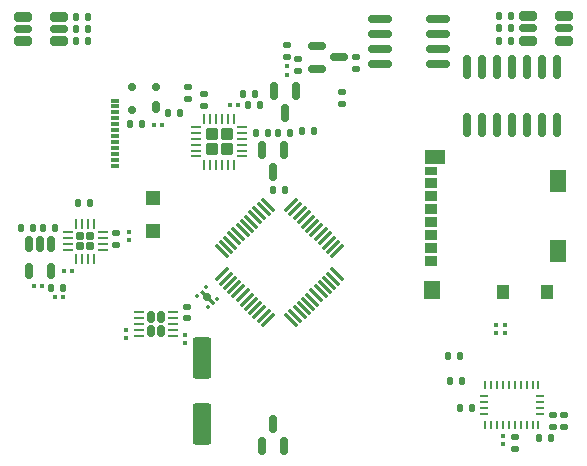
<source format=gtp>
G04 #@! TF.GenerationSoftware,KiCad,Pcbnew,8.0.5*
G04 #@! TF.CreationDate,2024-11-06T19:49:11-08:00*
G04 #@! TF.ProjectId,Vanguard_new,56616e67-7561-4726-945f-6e65772e6b69,rev?*
G04 #@! TF.SameCoordinates,Original*
G04 #@! TF.FileFunction,Paste,Top*
G04 #@! TF.FilePolarity,Positive*
%FSLAX46Y46*%
G04 Gerber Fmt 4.6, Leading zero omitted, Abs format (unit mm)*
G04 Created by KiCad (PCBNEW 8.0.5) date 2024-11-06 19:49:11*
%MOMM*%
%LPD*%
G01*
G04 APERTURE LIST*
G04 Aperture macros list*
%AMRoundRect*
0 Rectangle with rounded corners*
0 $1 Rounding radius*
0 $2 $3 $4 $5 $6 $7 $8 $9 X,Y pos of 4 corners*
0 Add a 4 corners polygon primitive as box body*
4,1,4,$2,$3,$4,$5,$6,$7,$8,$9,$2,$3,0*
0 Add four circle primitives for the rounded corners*
1,1,$1+$1,$2,$3*
1,1,$1+$1,$4,$5*
1,1,$1+$1,$6,$7*
1,1,$1+$1,$8,$9*
0 Add four rect primitives between the rounded corners*
20,1,$1+$1,$2,$3,$4,$5,0*
20,1,$1+$1,$4,$5,$6,$7,0*
20,1,$1+$1,$6,$7,$8,$9,0*
20,1,$1+$1,$8,$9,$2,$3,0*%
%AMFreePoly0*
4,1,13,0.320000,0.125000,0.700000,0.125000,0.700000,-0.125000,0.320000,-0.125000,0.200000,-0.350000,-0.200000,-0.350000,-0.320000,-0.125000,-0.850000,-0.125000,-0.850000,0.125000,-0.320000,0.125000,-0.200000,0.350000,0.200000,0.350000,0.320000,0.125000,0.320000,0.125000,$1*%
G04 Aperture macros list end*
%ADD10RoundRect,0.079500X0.100500X-0.079500X0.100500X0.079500X-0.100500X0.079500X-0.100500X-0.079500X0*%
%ADD11R,0.700000X0.300000*%
%ADD12RoundRect,0.135000X-0.185000X0.135000X-0.185000X-0.135000X0.185000X-0.135000X0.185000X0.135000X0*%
%ADD13RoundRect,0.150000X-0.825000X-0.150000X0.825000X-0.150000X0.825000X0.150000X-0.825000X0.150000X0*%
%ADD14RoundRect,0.135000X0.135000X0.185000X-0.135000X0.185000X-0.135000X-0.185000X0.135000X-0.185000X0*%
%ADD15RoundRect,0.079500X-0.079500X-0.100500X0.079500X-0.100500X0.079500X0.100500X-0.079500X0.100500X0*%
%ADD16RoundRect,0.135000X0.185000X-0.135000X0.185000X0.135000X-0.185000X0.135000X-0.185000X-0.135000X0*%
%ADD17RoundRect,0.135000X-0.135000X-0.185000X0.135000X-0.185000X0.135000X0.185000X-0.135000X0.185000X0*%
%ADD18RoundRect,0.075000X-0.415425X-0.521491X0.521491X0.415425X0.415425X0.521491X-0.521491X-0.415425X0*%
%ADD19RoundRect,0.075000X0.415425X-0.521491X0.521491X-0.415425X-0.415425X0.521491X-0.521491X0.415425X0*%
%ADD20RoundRect,0.175000X0.175000X0.325000X-0.175000X0.325000X-0.175000X-0.325000X0.175000X-0.325000X0*%
%ADD21RoundRect,0.150000X0.200000X0.150000X-0.200000X0.150000X-0.200000X-0.150000X0.200000X-0.150000X0*%
%ADD22RoundRect,0.160000X-0.565000X-0.240000X0.565000X-0.240000X0.565000X0.240000X-0.565000X0.240000X0*%
%ADD23RoundRect,0.120000X-0.605000X-0.180000X0.605000X-0.180000X0.605000X0.180000X-0.605000X0.180000X0*%
%ADD24RoundRect,0.062500X0.123744X-0.035355X-0.035355X0.123744X-0.123744X0.035355X0.035355X-0.123744X0*%
%ADD25FreePoly0,135.000000*%
%ADD26R,0.254000X0.675000*%
%ADD27R,0.675000X0.254000*%
%ADD28RoundRect,0.150000X-0.150000X0.587500X-0.150000X-0.587500X0.150000X-0.587500X0.150000X0.587500X0*%
%ADD29R,1.100000X0.850000*%
%ADD30R,1.100000X0.750000*%
%ADD31R,1.000000X1.200000*%
%ADD32R,1.350000X1.550000*%
%ADD33R,1.350000X1.900000*%
%ADD34R,1.800000X1.170000*%
%ADD35RoundRect,0.079500X-0.100500X0.079500X-0.100500X-0.079500X0.100500X-0.079500X0.100500X0.079500X0*%
%ADD36RoundRect,0.172500X-0.172500X0.172500X-0.172500X-0.172500X0.172500X-0.172500X0.172500X0.172500X0*%
%ADD37RoundRect,0.062500X-0.062500X0.350000X-0.062500X-0.350000X0.062500X-0.350000X0.062500X0.350000X0*%
%ADD38RoundRect,0.062500X-0.350000X0.062500X-0.350000X-0.062500X0.350000X-0.062500X0.350000X0.062500X0*%
%ADD39RoundRect,0.150000X-0.150000X0.512500X-0.150000X-0.512500X0.150000X-0.512500X0.150000X0.512500X0*%
%ADD40RoundRect,0.150000X-0.150000X0.825000X-0.150000X-0.825000X0.150000X-0.825000X0.150000X0.825000X0*%
%ADD41RoundRect,0.147500X-0.172500X0.147500X-0.172500X-0.147500X0.172500X-0.147500X0.172500X0.147500X0*%
%ADD42RoundRect,0.150000X-0.587500X-0.150000X0.587500X-0.150000X0.587500X0.150000X-0.587500X0.150000X0*%
%ADD43R,1.200000X1.200000*%
%ADD44RoundRect,0.150000X0.150000X-0.587500X0.150000X0.587500X-0.150000X0.587500X-0.150000X-0.587500X0*%
%ADD45RoundRect,0.160000X0.565000X0.240000X-0.565000X0.240000X-0.565000X-0.240000X0.565000X-0.240000X0*%
%ADD46RoundRect,0.120000X0.605000X0.180000X-0.605000X0.180000X-0.605000X-0.180000X0.605000X-0.180000X0*%
%ADD47RoundRect,0.167500X0.167500X0.312500X-0.167500X0.312500X-0.167500X-0.312500X0.167500X-0.312500X0*%
%ADD48RoundRect,0.062500X0.362500X0.062500X-0.362500X0.062500X-0.362500X-0.062500X0.362500X-0.062500X0*%
%ADD49RoundRect,0.250000X0.275000X-0.275000X0.275000X0.275000X-0.275000X0.275000X-0.275000X-0.275000X0*%
%ADD50RoundRect,0.062500X0.062500X-0.350000X0.062500X0.350000X-0.062500X0.350000X-0.062500X-0.350000X0*%
%ADD51RoundRect,0.062500X0.350000X-0.062500X0.350000X0.062500X-0.350000X0.062500X-0.350000X-0.062500X0*%
%ADD52RoundRect,0.079500X0.079500X0.100500X-0.079500X0.100500X-0.079500X-0.100500X0.079500X-0.100500X0*%
%ADD53RoundRect,0.250000X-0.550000X1.500000X-0.550000X-1.500000X0.550000X-1.500000X0.550000X1.500000X0*%
G04 APERTURE END LIST*
D10*
X166790000Y-99962500D03*
X166790000Y-99272500D03*
D11*
X152250000Y-102167500D03*
X152250000Y-102667500D03*
X152250000Y-103167500D03*
X152250000Y-103667500D03*
X152250000Y-104167500D03*
X152250000Y-104667500D03*
X152250000Y-105167500D03*
X152250000Y-105667500D03*
X152250000Y-106167500D03*
X152250000Y-106667500D03*
X152250000Y-107167500D03*
X152250000Y-107667500D03*
D12*
X159820000Y-101597500D03*
X159820000Y-102617500D03*
D13*
X174670000Y-95280000D03*
X174670000Y-96550000D03*
X174670000Y-97820000D03*
X174670000Y-99090000D03*
X179620000Y-99090000D03*
X179620000Y-97820000D03*
X179620000Y-96550000D03*
X179620000Y-95280000D03*
D14*
X149940000Y-95060000D03*
X148920000Y-95060000D03*
D15*
X147180000Y-118832500D03*
X147870000Y-118832500D03*
D16*
X172660000Y-99527500D03*
X172660000Y-98507500D03*
D17*
X188122500Y-130700000D03*
X189142500Y-130700000D03*
D14*
X145285000Y-112952500D03*
X144265000Y-112952500D03*
X165160000Y-104917500D03*
X164140000Y-104917500D03*
D18*
X161282124Y-116888788D03*
X161635678Y-117242342D03*
X161989231Y-117595895D03*
X162342785Y-117949449D03*
X162696338Y-118303002D03*
X163049891Y-118656555D03*
X163403445Y-119010109D03*
X163756998Y-119363662D03*
X164110551Y-119717215D03*
X164464105Y-120070769D03*
X164817658Y-120424322D03*
X165171212Y-120777876D03*
D19*
X167168788Y-120777876D03*
X167522342Y-120424322D03*
X167875895Y-120070769D03*
X168229449Y-119717215D03*
X168583002Y-119363662D03*
X168936555Y-119010109D03*
X169290109Y-118656555D03*
X169643662Y-118303002D03*
X169997215Y-117949449D03*
X170350769Y-117595895D03*
X170704322Y-117242342D03*
X171057876Y-116888788D03*
D18*
X171057876Y-114891212D03*
X170704322Y-114537658D03*
X170350769Y-114184105D03*
X169997215Y-113830551D03*
X169643662Y-113476998D03*
X169290109Y-113123445D03*
X168936555Y-112769891D03*
X168583002Y-112416338D03*
X168229449Y-112062785D03*
X167875895Y-111709231D03*
X167522342Y-111355678D03*
X167168788Y-111002124D03*
D19*
X165171212Y-111002124D03*
X164817658Y-111355678D03*
X164464105Y-111709231D03*
X164110551Y-112062785D03*
X163756998Y-112416338D03*
X163403445Y-112769891D03*
X163049891Y-113123445D03*
X162696338Y-113476998D03*
X162342785Y-113830551D03*
X161989231Y-114184105D03*
X161635678Y-114537658D03*
X161282124Y-114891212D03*
D15*
X162002500Y-102557500D03*
X162692500Y-102557500D03*
D17*
X180610000Y-125950000D03*
X181630000Y-125950000D03*
X180470000Y-123770000D03*
X181490000Y-123770000D03*
D14*
X147175000Y-112952500D03*
X146155000Y-112952500D03*
D20*
X155720000Y-102727500D03*
D21*
X155720000Y-101027500D03*
X153720000Y-101027500D03*
X153720000Y-102927500D03*
D22*
X187230000Y-94980000D03*
D23*
X187230000Y-96030000D03*
D22*
X187230000Y-97080000D03*
X190280000Y-97080000D03*
D23*
X190280000Y-96030000D03*
D22*
X190280000Y-94980000D03*
D14*
X185775000Y-96030000D03*
X184755000Y-96030000D03*
X164077500Y-101617500D03*
X163057500Y-101617500D03*
D24*
X160153744Y-119650850D03*
D25*
X160030000Y-118820000D03*
D24*
X160860850Y-118943744D03*
X159906256Y-117989150D03*
X159199150Y-118696256D03*
D17*
X146835000Y-117992500D03*
X147855000Y-117992500D03*
D26*
X183592500Y-126267500D03*
D27*
X183455000Y-127180000D03*
X183455000Y-127680000D03*
X183455000Y-128180000D03*
X183455000Y-128680000D03*
D26*
X183592500Y-129592500D03*
X184092500Y-129592500D03*
X184592500Y-129592500D03*
X185092500Y-129592500D03*
X185592500Y-129592500D03*
X186092500Y-129592500D03*
X186592500Y-129592500D03*
X187092500Y-129592500D03*
X187592500Y-129592500D03*
X188092500Y-129592500D03*
D27*
X188230000Y-128680000D03*
X188230000Y-128180000D03*
X188230000Y-127680000D03*
X188230000Y-127180000D03*
D26*
X188092500Y-126267500D03*
X187592500Y-126267500D03*
X187092500Y-126267500D03*
X186592500Y-126267500D03*
X186092500Y-126267500D03*
X185592500Y-126267500D03*
X185092500Y-126267500D03*
X184592500Y-126267500D03*
X184092500Y-126267500D03*
D12*
X166790000Y-97442500D03*
X166790000Y-98462500D03*
D10*
X184522500Y-121882500D03*
X184522500Y-121192500D03*
D28*
X167582500Y-101350000D03*
X165682500Y-101350000D03*
X166632500Y-103225000D03*
D29*
X178960000Y-115775000D03*
X178960000Y-114675000D03*
X178960000Y-113575000D03*
X178960000Y-112475000D03*
X178960000Y-111375000D03*
X178960000Y-110275000D03*
X178960000Y-109175000D03*
D30*
X178960000Y-108125000D03*
D31*
X185110000Y-118410000D03*
X188810000Y-118410000D03*
D32*
X179085000Y-118235000D03*
D33*
X189785000Y-114910000D03*
X189785000Y-108940000D03*
D34*
X179310000Y-106915000D03*
D35*
X158207500Y-122040000D03*
X158207500Y-122730000D03*
D36*
X150155000Y-113652500D03*
X149305000Y-113652500D03*
X150155000Y-114502500D03*
X149305000Y-114502500D03*
D37*
X150480000Y-112615000D03*
X149980000Y-112615000D03*
X149480000Y-112615000D03*
X148980000Y-112615000D03*
D38*
X148267500Y-113327500D03*
X148267500Y-113827500D03*
X148267500Y-114327500D03*
X148267500Y-114827500D03*
D37*
X148980000Y-115540000D03*
X149480000Y-115540000D03*
X149980000Y-115540000D03*
X150480000Y-115540000D03*
D38*
X151192500Y-114827500D03*
X151192500Y-114327500D03*
X151192500Y-113827500D03*
X151192500Y-113327500D03*
D12*
X152335000Y-113342500D03*
X152335000Y-114362500D03*
D17*
X153540000Y-104147500D03*
X154560000Y-104147500D03*
D14*
X149940000Y-96120000D03*
X148920000Y-96120000D03*
D10*
X185222500Y-121877500D03*
X185222500Y-121187500D03*
D14*
X167040000Y-104907500D03*
X166020000Y-104907500D03*
D39*
X146835000Y-114335000D03*
X145885000Y-114335000D03*
X144935000Y-114335000D03*
X144935000Y-116610000D03*
X146835000Y-116610000D03*
D14*
X185785000Y-97080000D03*
X184765000Y-97080000D03*
D12*
X189292500Y-128790000D03*
X189292500Y-129810000D03*
D17*
X181412500Y-128190000D03*
X182432500Y-128190000D03*
D35*
X153197500Y-121550000D03*
X153197500Y-122240000D03*
D40*
X189655000Y-99292500D03*
X188385000Y-99292500D03*
X187115000Y-99292500D03*
X185845000Y-99292500D03*
X184575000Y-99292500D03*
X183305000Y-99292500D03*
X182035000Y-99292500D03*
X182035000Y-104242500D03*
X183305000Y-104242500D03*
X184575000Y-104242500D03*
X185845000Y-104242500D03*
X187115000Y-104242500D03*
X188385000Y-104242500D03*
X189655000Y-104242500D03*
D41*
X158350000Y-119625000D03*
X158350000Y-120595000D03*
D42*
X169312500Y-97555000D03*
X169312500Y-99455000D03*
X171187500Y-98505000D03*
D14*
X164500000Y-102557500D03*
X163480000Y-102557500D03*
X169110000Y-104707500D03*
X168090000Y-104707500D03*
D12*
X167770000Y-98617500D03*
X167770000Y-99637500D03*
D14*
X166670000Y-109737500D03*
X165650000Y-109737500D03*
D43*
X155460000Y-113220000D03*
X155460000Y-110420000D03*
D28*
X166580000Y-106377500D03*
X164680000Y-106377500D03*
X165630000Y-108252500D03*
D44*
X164680000Y-131427500D03*
X166580000Y-131427500D03*
X165630000Y-129552500D03*
D17*
X156760000Y-103177500D03*
X157780000Y-103177500D03*
X149110000Y-110837500D03*
X150130000Y-110837500D03*
D16*
X190232500Y-129810000D03*
X190232500Y-128790000D03*
D45*
X147465000Y-97160000D03*
D46*
X147465000Y-96110000D03*
D45*
X147465000Y-95060000D03*
X144415000Y-95060000D03*
D46*
X144415000Y-96110000D03*
D45*
X144415000Y-97160000D03*
D14*
X149930000Y-97160000D03*
X148910000Y-97160000D03*
D47*
X156097500Y-121685000D03*
X156097500Y-120495000D03*
X155277500Y-121685000D03*
X155277500Y-120495000D03*
D48*
X157137500Y-122090000D03*
X157137500Y-121590000D03*
X157137500Y-121090000D03*
X157137500Y-120590000D03*
X157137500Y-120090000D03*
X154237500Y-120090000D03*
X154237500Y-120590000D03*
X154237500Y-121090000D03*
X154237500Y-121590000D03*
X154237500Y-122090000D03*
D49*
X160420000Y-106297500D03*
X161720000Y-106297500D03*
X160420000Y-104997500D03*
X161720000Y-104997500D03*
D50*
X159820000Y-107585000D03*
X160320000Y-107585000D03*
X160820000Y-107585000D03*
X161320000Y-107585000D03*
X161820000Y-107585000D03*
X162320000Y-107585000D03*
D51*
X163007500Y-106897500D03*
X163007500Y-106397500D03*
X163007500Y-105897500D03*
X163007500Y-105397500D03*
X163007500Y-104897500D03*
X163007500Y-104397500D03*
D50*
X162320000Y-103710000D03*
X161820000Y-103710000D03*
X161320000Y-103710000D03*
X160820000Y-103710000D03*
X160320000Y-103710000D03*
X159820000Y-103710000D03*
D51*
X159132500Y-104397500D03*
X159132500Y-104897500D03*
X159132500Y-105397500D03*
X159132500Y-105897500D03*
X159132500Y-106397500D03*
X159132500Y-106897500D03*
D12*
X186092500Y-130610000D03*
X186092500Y-131630000D03*
D35*
X153460000Y-113310000D03*
X153460000Y-114000000D03*
D15*
X155520000Y-104220000D03*
X156210000Y-104220000D03*
D16*
X171460000Y-102490000D03*
X171460000Y-101470000D03*
D52*
X146050000Y-117882500D03*
X145360000Y-117882500D03*
D12*
X158450000Y-101047500D03*
X158450000Y-102067500D03*
D35*
X185092500Y-130565000D03*
X185092500Y-131255000D03*
D14*
X185785000Y-94980000D03*
X184765000Y-94980000D03*
D15*
X147950000Y-116572500D03*
X148640000Y-116572500D03*
D53*
X159627500Y-123935000D03*
X159627500Y-129535000D03*
M02*

</source>
